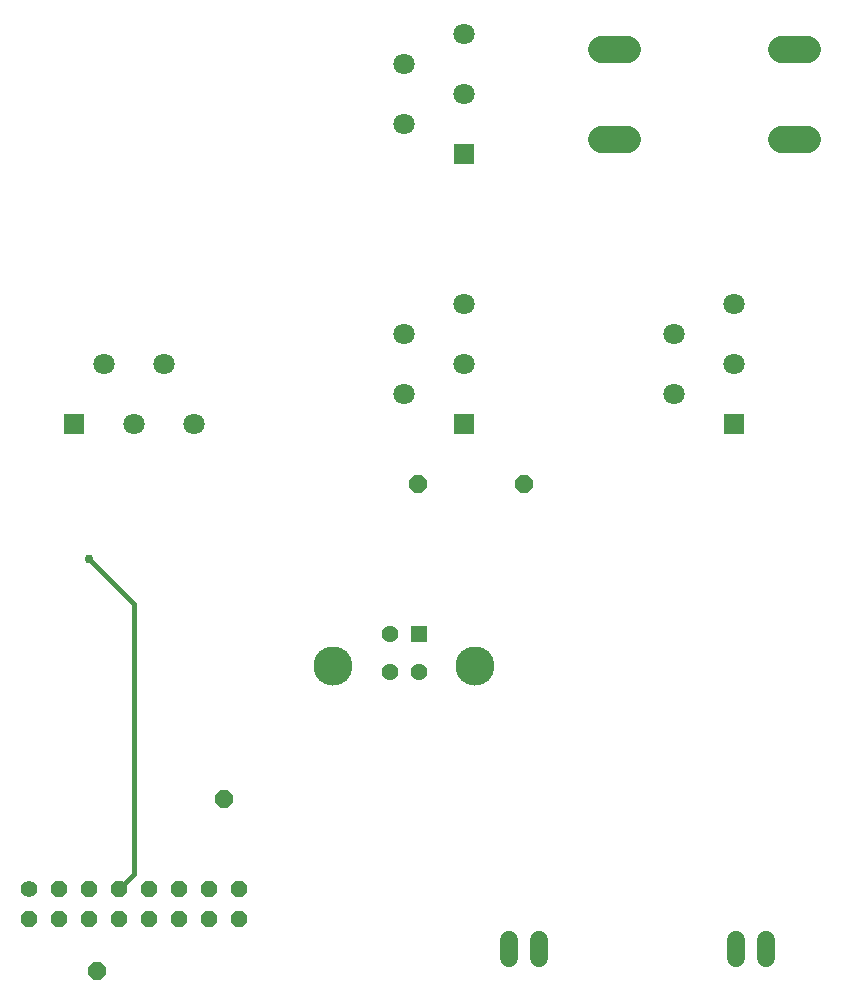
<source format=gbr>
G04 EAGLE Gerber RS-274X export*
G75*
%MOIN*%
%FSLAX34Y34*%
%LPD*%
%INBottom Copper*%
%IPPOS*%
%AMOC8*
5,1,8,0,0,1.08239X$1,22.5*%
G01*
%ADD10C,0.056000*%
%ADD11P,0.060614X8X22.500000*%
%ADD12C,0.060000*%
%ADD13R,0.070866X0.070866*%
%ADD14C,0.070866*%
%ADD15C,0.056220*%
%ADD16R,0.056220X0.056220*%
%ADD17C,0.130551*%
%ADD18C,0.088500*%
%ADD19P,0.064262X8X202.500000*%
%ADD20C,0.016000*%
%ADD21C,0.029780*%


D10*
X5000Y5000D03*
D11*
X5000Y4000D03*
X6000Y5000D03*
X6000Y4000D03*
X7000Y5000D03*
X7000Y4000D03*
X8000Y5000D03*
X8000Y4000D03*
X9000Y5000D03*
X9000Y4000D03*
X10000Y5000D03*
X10000Y4000D03*
X11000Y5000D03*
X11000Y4000D03*
X12000Y5000D03*
X12000Y4000D03*
D12*
X28550Y3300D02*
X28550Y2700D01*
X29550Y2700D02*
X29550Y3300D01*
D13*
X19500Y29500D03*
D14*
X19500Y31500D03*
X19500Y33500D03*
X17500Y30500D03*
X17500Y32500D03*
D13*
X6500Y20500D03*
D14*
X8500Y20500D03*
X10500Y20500D03*
X7500Y22500D03*
X9500Y22500D03*
D13*
X19500Y20500D03*
D14*
X19500Y22500D03*
X19500Y24500D03*
X17500Y21500D03*
X17500Y23500D03*
D13*
X28500Y20500D03*
D14*
X28500Y22500D03*
X28500Y24500D03*
X26500Y21500D03*
X26500Y23500D03*
D12*
X21000Y3300D02*
X21000Y2700D01*
X22000Y2700D02*
X22000Y3300D01*
D15*
X17016Y13500D03*
D16*
X18000Y13500D03*
D15*
X18000Y12236D03*
X17016Y12236D03*
D17*
X15138Y12435D03*
X19878Y12435D03*
D18*
X30058Y30000D02*
X30943Y30000D01*
X24943Y30000D02*
X24058Y30000D01*
X24058Y33000D02*
X24943Y33000D01*
X30058Y33000D02*
X30943Y33000D01*
D19*
X21500Y18500D03*
X11500Y8000D03*
X7250Y2250D03*
X17950Y18500D03*
D20*
X8500Y5500D02*
X8000Y5000D01*
D21*
X7000Y16000D03*
D20*
X8500Y14500D02*
X8500Y5500D01*
X8500Y14500D02*
X7000Y16000D01*
M02*

</source>
